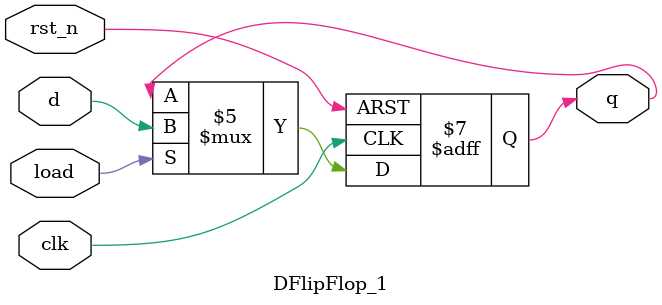
<source format=v>
module DFlipFlop_32(
    clk,
    rst_n,
    load,
    d,
    q
);

    input clk;
    input rst_n;
    input load;
    input[31:0] d;
    output[31:0] q;

    reg[31:0] q;

    always @(posedge clk or negedge rst_n) begin
        if (rst_n == 1'b0) begin
            q <= 0;
        end else begin
            if (load == 1'b1) begin
                q <= d;
            end else begin
                q <= q;
            end
        end
    end
endmodule

module DFlipFlop_7(
    clk,
    rst_n,
    load,
    d,
    q
);

    input clk;
    input rst_n;
    input load;
    input[6:0] d;
    output[6:0] q;

    reg[6:0] q;

    always @(posedge clk or negedge rst_n) begin
        if (rst_n == 1'b0) begin
            q <= 0;
        end else begin
            if (load == 1'b1) begin
                q <= d;
            end else begin
                q <= q;
            end
        end
    end
endmodule

module DFlipFlop_5(
    clk,
    rst_n,
    load,
    d,
    q
);

    input clk;
    input rst_n;
    input load;
    input[4:0] d;
    output[4:0] q;

    reg[4:0] q;

    always @(posedge clk or negedge rst_n) begin
        if (rst_n == 1'b0) begin
            q <= 0;
        end else begin
            if (load == 1'b1) begin
                q <= d;
            end else begin
                q <= q;
            end
        end
    end
endmodule

module DFlipFlop_4(
    clk,
    rst_n,
    load,
    d,
    q
);

    input clk;
    input rst_n;
    input load;
    input[3:0] d;
    output[3:0] q;

    reg[3:0] q;

    always @(posedge clk or negedge rst_n) begin
        if (rst_n == 1'b0) begin
            q <= 0;
        end else begin
            if (load == 1'b1) begin
                q <= d;
            end else begin
                q <= q;
            end
        end
    end
endmodule

module DFlipFlop_2(
    clk,
    rst_n,
    load,
    d,
    q
);

    input clk;
    input rst_n;
    input load;
    input[1:0] d;
    output[1:0] q;

    reg[1:0] q;

    always @(posedge clk or negedge rst_n) begin
        if (rst_n == 1'b0) begin
            q <= 0;
        end else begin
            if (load == 1'b1) begin
                q <= d;
            end else begin
                q <= q;
            end
        end
    end
endmodule

module DFlipFlop_1(
    clk,
    rst_n,
    load,
    d,
    q
);

    input clk;
    input rst_n;
    input load;
    input d;
    output q;

    reg q;

    always @(posedge clk or negedge rst_n) begin
        if (rst_n == 1'b0) begin
            q <= 0;
        end else begin
            if (load == 1'b1) begin
                q <= d;
            end else begin
                q <= q;
            end
        end
    end
endmodule

</source>
